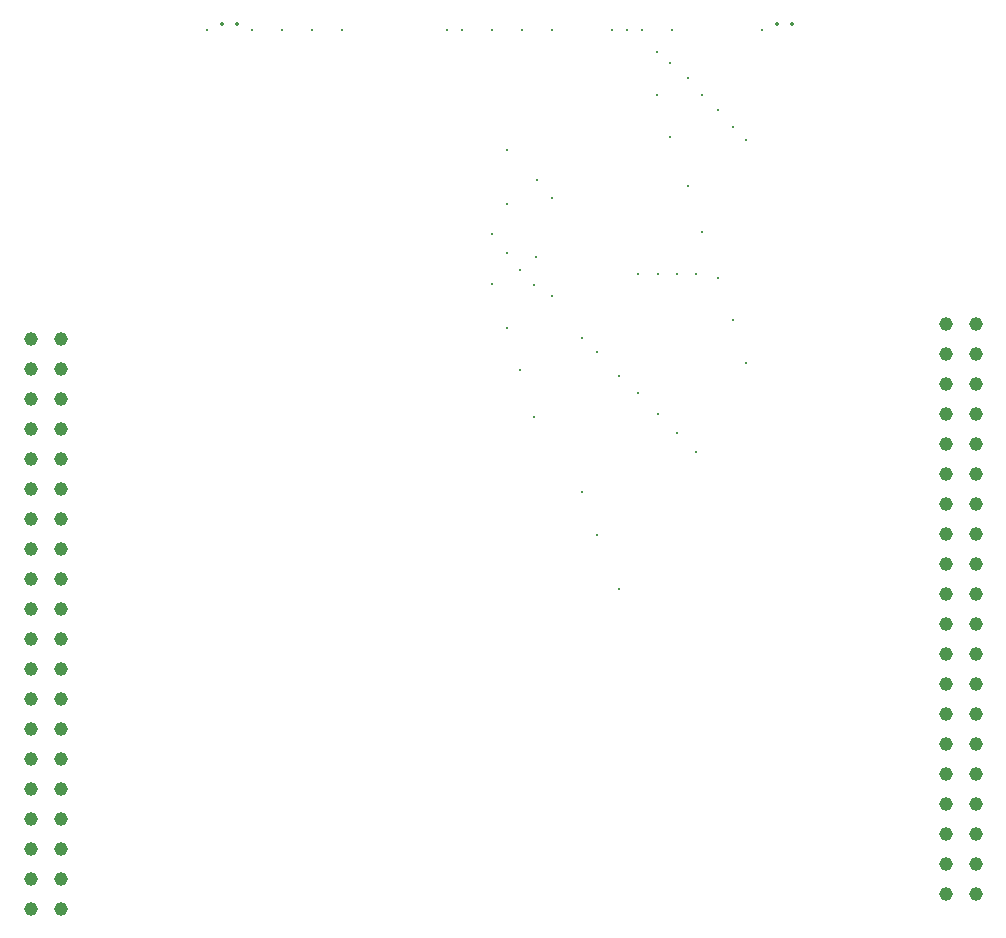
<source format=gbr>
%TF.GenerationSoftware,Altium Limited,Altium Designer,22.11.1 (43)*%
G04 Layer_Color=0*
%FSLAX45Y45*%
%MOMM*%
%TF.SameCoordinates,C297AA42-F212-4987-B5A2-20FF98F52B47*%
%TF.FilePolarity,Positive*%
%TF.FileFunction,Plated,1,4,PTH,Drill*%
%TF.Part,Single*%
G01*
G75*
%TA.AperFunction,ComponentDrill*%
%ADD29C,1.15000*%
%TA.AperFunction,ViaDrill,NotFilled*%
%ADD30C,0.25400*%
%ADD31C,0.35600*%
D29*
X8826500Y2095500D02*
D03*
X8572500D02*
D03*
X8826500Y2349500D02*
D03*
X8572500D02*
D03*
X8826500Y2603500D02*
D03*
X8572500D02*
D03*
X8826500Y2857500D02*
D03*
X8572500D02*
D03*
X8826500Y3111500D02*
D03*
X8572500D02*
D03*
X8826500Y3365500D02*
D03*
X8572500D02*
D03*
X8826500Y3619500D02*
D03*
X8572500D02*
D03*
X8826500Y3873500D02*
D03*
X8572500D02*
D03*
X8826500Y4127500D02*
D03*
X8572500D02*
D03*
X8826500Y4381500D02*
D03*
X8572500D02*
D03*
X8826500Y4635500D02*
D03*
X8572500D02*
D03*
X8826500Y4889500D02*
D03*
X8572500D02*
D03*
X8826500Y5143500D02*
D03*
X8572500D02*
D03*
X8826500Y5397500D02*
D03*
X8572500D02*
D03*
X8826500Y5651500D02*
D03*
X8572500D02*
D03*
X8826500Y5905500D02*
D03*
X8572500D02*
D03*
X8826500Y6159500D02*
D03*
X8572500D02*
D03*
X8826500Y6413500D02*
D03*
X8572500D02*
D03*
X8826500Y6667500D02*
D03*
X8572500D02*
D03*
X8826500Y6921500D02*
D03*
X8572500D02*
D03*
X1079500Y1968500D02*
D03*
X825500D02*
D03*
X1079500Y2222500D02*
D03*
X825500D02*
D03*
X1079500Y2476500D02*
D03*
X825500D02*
D03*
X1079500Y2730500D02*
D03*
X825500D02*
D03*
X1079500Y2984500D02*
D03*
X825500D02*
D03*
X1079500Y3238500D02*
D03*
X825500D02*
D03*
X1079500Y3492500D02*
D03*
X825500D02*
D03*
X1079500Y3746500D02*
D03*
X825500D02*
D03*
X1079500Y4000500D02*
D03*
X825500D02*
D03*
X1079500Y4254500D02*
D03*
X825500D02*
D03*
X1079500Y4508500D02*
D03*
X825500D02*
D03*
X1079500Y4762500D02*
D03*
X825500D02*
D03*
X1079500Y5016500D02*
D03*
X825500D02*
D03*
X1079500Y5270500D02*
D03*
X825500D02*
D03*
X1079500Y5524500D02*
D03*
X825500D02*
D03*
X1079500Y5778500D02*
D03*
X825500D02*
D03*
X1079500Y6032500D02*
D03*
X825500D02*
D03*
X1079500Y6286500D02*
D03*
X825500D02*
D03*
X1079500Y6540500D02*
D03*
X825500D02*
D03*
X1079500Y6794500D02*
D03*
X825500D02*
D03*
D30*
X4968664Y6531336D02*
D03*
X6000700Y9410000D02*
D03*
X6130000Y9220000D02*
D03*
X6254700Y9410000D02*
D03*
X6460000Y7340000D02*
D03*
Y5840000D02*
D03*
X5970000Y6340000D02*
D03*
X6300000Y6000000D02*
D03*
Y7340000D02*
D03*
X6140000D02*
D03*
Y6160000D02*
D03*
X6390000Y8088000D02*
D03*
X6130000Y8856000D02*
D03*
X6240000Y9130000D02*
D03*
X6390000Y9000000D02*
D03*
X6240000Y8500000D02*
D03*
X6510000Y8860000D02*
D03*
X5970000Y7340000D02*
D03*
X5810000Y4680000D02*
D03*
Y6480000D02*
D03*
X5873700Y9410000D02*
D03*
X5746700D02*
D03*
X5620000Y6680000D02*
D03*
X5490000Y6800000D02*
D03*
X5620000Y5130000D02*
D03*
X5490000Y5500000D02*
D03*
X5240000Y7160000D02*
D03*
X5090000Y7250000D02*
D03*
X5240000Y7990000D02*
D03*
X5100000Y7490000D02*
D03*
X4970000Y7380000D02*
D03*
X5110000Y8140000D02*
D03*
X4984700Y9410000D02*
D03*
X5090000Y6130000D02*
D03*
X4860000Y7520000D02*
D03*
Y6890000D02*
D03*
X4730000Y7260000D02*
D03*
Y7680000D02*
D03*
X4860000Y7940000D02*
D03*
X4476700Y9410000D02*
D03*
X4860000Y8390000D02*
D03*
X6880000Y6590000D02*
D03*
Y8480000D02*
D03*
X6770000Y6950000D02*
D03*
Y8590000D02*
D03*
X6640000Y8730000D02*
D03*
Y7310000D02*
D03*
X6510000Y7700000D02*
D03*
X5238700Y9410000D02*
D03*
X7016700D02*
D03*
X3457750D02*
D03*
X4349700D02*
D03*
X2952700D02*
D03*
X4730700D02*
D03*
X3206700D02*
D03*
X2698700D02*
D03*
X2317700D02*
D03*
D31*
X2444700Y9460000D02*
D03*
X2571700D02*
D03*
X7270700D02*
D03*
X7143700D02*
D03*
%TF.MD5,ab0fea696358ae546193219b3a96e047*%
M02*

</source>
